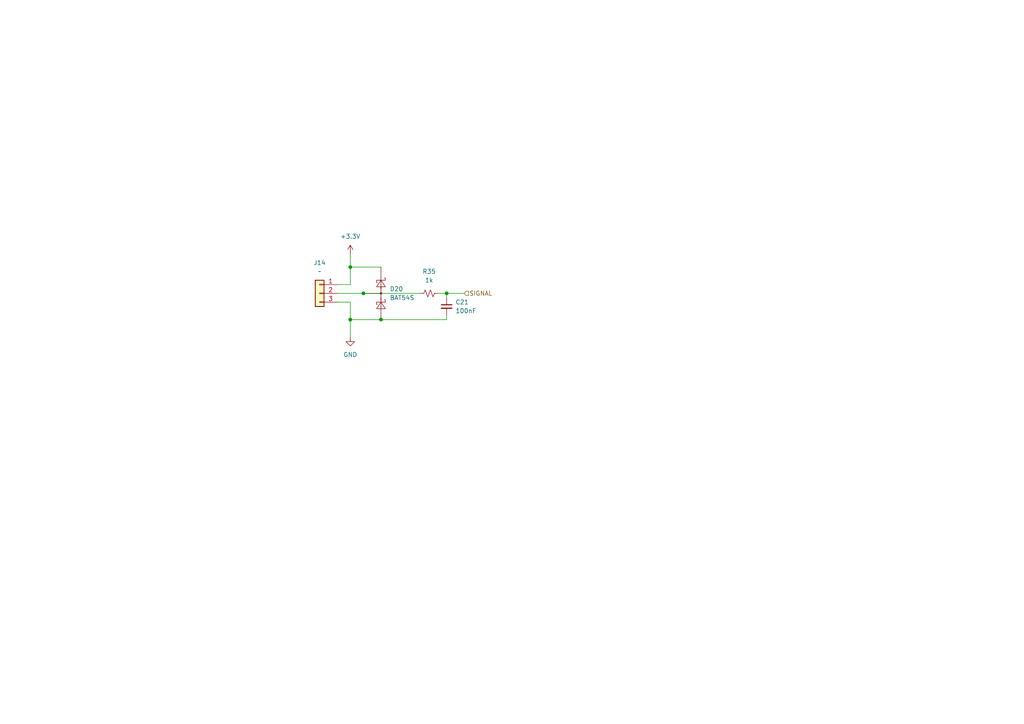
<source format=kicad_sch>
(kicad_sch (version 20231120) (generator "eeschema") (generator_version "8.0")
  (paper "A4")
  (lib_symbols
    (symbol "Connector_Generic:Conn_01x03" (pin_names (offset 1.016) hide)
      (property "Reference" "J" (at 0 5.08 0))
      (property "Value" "Conn_01x03" (at 0 -5.08 0))
      (symbol "Conn_01x03_1_1"
        (rectangle (start -1.27 -2.413) (end 0 -2.667) (stroke (width 0.1524)))
        (rectangle (start -1.27 0.127) (end 0 -0.127) (stroke (width 0.1524)))
        (rectangle (start -1.27 2.667) (end 0 2.413) (stroke (width 0.1524)))
        (rectangle (start -1.27 3.81) (end 1.27 -3.81) (stroke (width 0.254)) (fill (type background)))
        (pin passive line (at -5.08 2.54 0) (length 3.81) (name "Pin_1") (number "1"))
        (pin passive line (at -5.08 0 0) (length 3.81) (name "Pin_2") (number "2"))
        (pin passive line (at -5.08 -2.54 0) (length 3.81) (name "Pin_3") (number "3"))
      )
    )
    (symbol "Device:C_Small" (pin_numbers hide) (pin_names (offset 0.254) hide)
      (property "Reference" "C" (at 0.254 1.778 0))
      (property "Value" "C_Small" (at 0.254 -2.032 0))
      (symbol "C_Small_0_1"
        (polyline (pts (xy -1.524 -0.508) (xy 1.524 -0.508)) (stroke (width 0.3302)))
        (polyline (pts (xy -1.524 0.508) (xy 1.524 0.508)) (stroke (width 0.3048)))
      )
      (symbol "C_Small_1_1"
        (pin passive line (at 0 2.54 270) (length 2.032) (name "~") (number "1"))
        (pin passive line (at 0 -2.54 90) (length 2.032) (name "~") (number "2"))
      )
    )
    (symbol "Device:R_Small_US" (pin_numbers hide) (pin_names (offset 0.254) hide)
      (property "Reference" "R" (at 0.762 0.508 0))
      (property "Value" "R_Small_US" (at 0.762 -1.016 0))
      (symbol "R_Small_US_1_1"
        (polyline (pts (xy 0 0) (xy 1.016 -0.381) (xy 0 -0.762) (xy -1.016 -1.143) (xy 0 -1.524)))
        (polyline (pts (xy 0 1.524) (xy 1.016 1.143) (xy 0 0.762) (xy -1.016 0.381) (xy 0 0)))
        (pin passive line (at 0 2.54 270) (length 1.016) (name "~") (number "1"))
        (pin passive line (at 0 -2.54 90) (length 1.016) (name "~") (number "2"))
      )
    )
    (symbol "Diode:BAT54S" (pin_numbers hide) (pin_names (offset 0) hide)
      (property "Reference" "D" (at 2.54 -5.08 0))
      (property "Value" "BAT54S" (at -6.35 3.175 0))
      (symbol "BAT54S_0_1"
        (polyline (pts (xy -3.81 0) (xy -1.27 0)))
        (polyline (pts (xy -3.175 -1.27) (xy -3.175 -1.016)))
        (polyline (pts (xy -2.54 -1.27) (xy -3.175 -1.27)))
        (polyline (pts (xy -2.54 -1.27) (xy -2.54 1.27)))
        (polyline (pts (xy -2.54 1.27) (xy -1.905 1.27)))
        (polyline (pts (xy -1.905 0) (xy 1.905 0)))
        (polyline (pts (xy -1.905 1.27) (xy -1.905 1.016)))
        (polyline (pts (xy 1.27 0) (xy 3.81 0)))
        (polyline (pts (xy 3.175 -1.27) (xy 3.175 -1.016)))
        (polyline (pts (xy 3.81 -1.27) (xy 3.175 -1.27)))
        (polyline (pts (xy 3.81 -1.27) (xy 3.81 1.27)))
        (polyline (pts (xy 3.81 1.27) (xy 4.445 1.27)))
        (polyline (pts (xy 4.445 1.27) (xy 4.445 1.016)))
        (polyline (pts (xy -4.445 1.27) (xy -4.445 -1.27) (xy -2.54 0) (xy -4.445 1.27)))
        (polyline (pts (xy 1.905 1.27) (xy 1.905 -1.27) (xy 3.81 0) (xy 1.905 1.27)))
        (circle (center 0 0) (radius 0.254) (fill (type outline)))
      )
      (symbol "BAT54S_1_1"
        (pin passive line (at -7.62 0 0) (length 3.81) (name "A") (number "1"))
        (pin passive line (at 7.62 0 180) (length 3.81) (name "K") (number "2"))
        (pin passive line (at 0 -5.08 90) (length 5.08) (name "COM") (number "3"))
      )
    )
    (symbol "power:+3.3V" (power) (pin_numbers hide) (pin_names (offset 0) hide)
      (property "Value" "+3.3V" (at 0 3.556 0))
      (symbol "+3.3V_0_1"
        (polyline (pts (xy -0.762 1.27) (xy 0 2.54)))
        (polyline (pts (xy 0 0) (xy 0 2.54)))
        (polyline (pts (xy 0 2.54) (xy 0.762 1.27)))
      )
      (symbol "+3.3V_1_1"
        (pin power_in line (at 0 0 90) (length 0) (name "~") (number "1"))
      )
    )
    (symbol "power:GND" (power) (pin_numbers hide) (pin_names (offset 0) hide)
      (property "Value" "GND" (at 0 -3.81 0))
      (symbol "GND_0_1"
        (polyline (pts (xy 0 0) (xy 0 -1.27) (xy 1.27 -1.27) (xy 0 -2.54) (xy -1.27 -1.27) (xy 0 -1.27)))
      )
      (symbol "GND_1_1"
        (pin power_in line (at 0 0 270) (length 0) (name "~") (number "1"))
      )
    )
  )
  (junction (at 101.6 77.47))
  (junction (at 129.54 85.09))
  (junction (at 110.49 92.71))
  (junction (at 105.41 85.09))
  (junction (at 101.6 92.71))
  (wire (pts (xy 101.6 77.47) (xy 101.6 82.55)))
  (wire (pts (xy 101.6 87.63) (xy 101.6 92.71)))
  (wire (pts (xy 127 85.09) (xy 129.54 85.09)))
  (wire (pts (xy 129.54 85.09) (xy 134.62 85.09)))
  (wire (pts (xy 97.79 82.55) (xy 101.6 82.55)))
  (wire (pts (xy 97.79 85.09) (xy 105.41 85.09)))
  (wire (pts (xy 101.6 77.47) (xy 110.49 77.47)))
  (wire (pts (xy 129.54 85.09) (xy 129.54 86.36)))
  (wire (pts (xy 129.54 91.44) (xy 129.54 92.71)))
  (wire (pts (xy 110.49 92.71) (xy 129.54 92.71)))
  (wire (pts (xy 101.6 73.66) (xy 101.6 77.47)))
  (wire (pts (xy 97.79 87.63) (xy 101.6 87.63)))
  (wire (pts (xy 105.41 85.09) (xy 121.92 85.09)))
  (wire (pts (xy 101.6 92.71) (xy 110.49 92.71)))
  (wire (pts (xy 101.6 97.79) (xy 101.6 92.71)))
  (hierarchical_label "SIGNAL" (shape input) (at 134.62 85.09 0))
  (symbol (lib_id "Connector_Generic:Conn_01x03") (at 92.71 85.09 0) (mirror y) (unit 1)
    (property "Reference" "J14" (at 92.71 76.2 0))
    (property "Value" "~" (at 92.71 78.74 0))
    (property "Footprint" "Connector_JST:JST_PH_S3B-PH-K_1x03_P2.00mm_Horizontal" (effects (hide yes)))
    (property "Description" "Generic connector, single row, 01x03, script generated (kicad-library-utils/schlib/autogen/connector/)" (effects (hide yes)))
    (property "LCSC" "C157929" (effects (hide yes)))
  )
  (symbol (lib_id "power:+3.3V") (at 101.6 73.66 0) (unit 1)
    (property "Reference" "#PWR041" (effects (hide yes)))
    (property "Value" "+3.3V" (at 101.6 68.58 0))
    (property "Description" "Power symbol creates a global label with name \"+3.3V\"" (effects (hide yes)))
  )
  (symbol (lib_id "Device:R_Small_US") (at 124.46 85.09 90) (unit 1)
    (property "Reference" "R35" (at 124.46 78.74 90))
    (property "Value" "1k" (at 124.46 81.28 90))
    (property "Footprint" "Resistor_SMD:R_0805_2012Metric_Pad1.20x1.40mm_HandSolder" (effects (hide yes)))
    (property "LCSC" "C95781" (effects (hide yes)))
  )
  (symbol (lib_id "power:GND") (at 101.6 97.79 0) (unit 1)
    (property "Reference" "#PWR042" (effects (hide yes)))
    (property "Value" "GND" (at 101.6 102.87 0))
    (property "Description" "Power symbol creates a global label with name \"GND\" , ground" (effects (hide yes)))
  )
  (symbol (lib_id "Device:C_Small") (at 129.54 88.9 0) (unit 1)
    (property "Reference" "C21" (at 132.08 87.6363 0) (effects (justify left)))
    (property "Value" "100nF" (at 132.08 90.1763 0) (effects (justify left)))
    (property "Footprint" "Capacitor_SMD:C_0805_2012Metric_Pad1.18x1.45mm_HandSolder" (effects (hide yes)))
    (property "LCSC" "C49678" (effects (hide yes)))
  )
  (symbol (lib_id "Diode:BAT54S") (at 110.49 85.09 270) (mirror x) (unit 1)
    (property "Reference" "D20" (at 113.03 83.82 90) (effects (justify left)))
    (property "Value" "BAT54S" (at 113.03 86.36 90) (effects (justify left)))
    (property "Footprint" "Package_TO_SOT_SMD:SOT-23" (effects (hide yes)))
    (property "Datasheet" "https://www.diodes.com/assets/Datasheets/ds11005.pdf" (effects (hide yes)))
    (property "LCSC" "C727126" (effects (hide yes)))
  )
)
</source>
